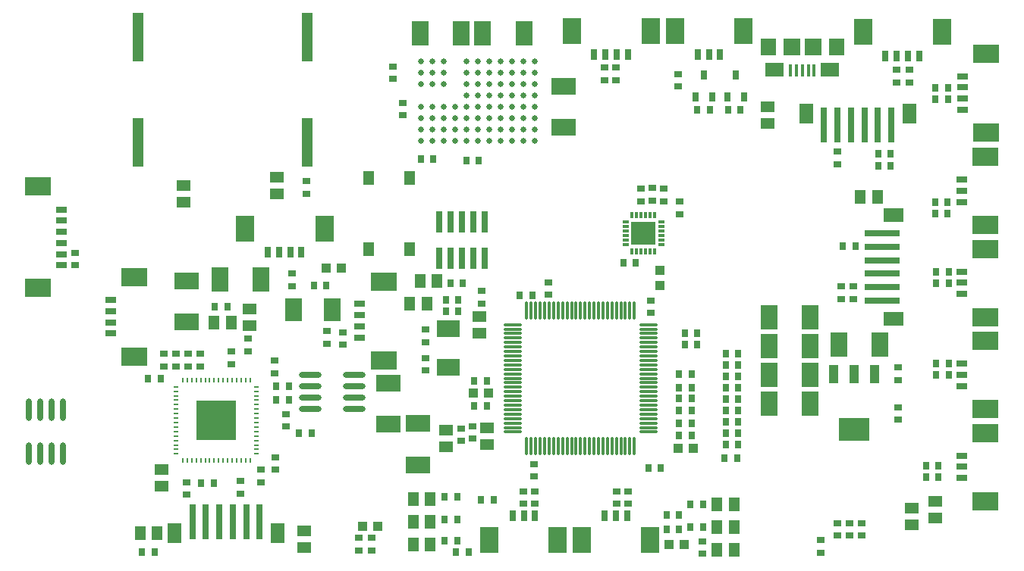
<source format=gtp>
G04 Layer_Color=8421504*
%FSLAX25Y25*%
%MOIN*%
G70*
G01*
G75*
%ADD10R,0.05118X0.06102*%
%ADD11R,0.05906X0.05118*%
%ADD12R,0.04724X0.21260*%
%ADD13R,0.03150X0.05118*%
%ADD14R,0.04331X0.03937*%
%ADD15R,0.03937X0.04331*%
%ADD16R,0.03543X0.03150*%
%ADD17R,0.03150X0.03543*%
%ADD18C,0.02480*%
%ADD19R,0.07480X0.10630*%
%ADD20R,0.15748X0.03150*%
%ADD21R,0.03937X0.07874*%
%ADD22R,0.13780X0.09843*%
%ADD23R,0.05118X0.03150*%
%ADD24R,0.10236X0.07480*%
%ADD25R,0.05118X0.05906*%
%ADD26O,0.08268X0.01181*%
%ADD27O,0.01181X0.08268*%
%ADD28R,0.03150X0.09449*%
%ADD29R,0.10630X0.07480*%
%ADD30R,0.03150X0.03937*%
%ADD31R,0.01575X0.05315*%
%ADD32R,0.07087X0.07480*%
%ADD33R,0.07480X0.07480*%
%ADD34R,0.08268X0.06299*%
%ADD35R,0.03150X0.15748*%
%ADD36O,0.00984X0.02559*%
%ADD37R,0.17716X0.17716*%
%ADD38O,0.02559X0.00984*%
%ADD39O,0.02756X0.09843*%
%ADD40O,0.09843X0.02756*%
%ADD41R,0.07480X0.10236*%
%ADD42R,0.03150X0.01378*%
%ADD43R,0.01378X0.03150*%
%ADD44R,0.10630X0.10236*%
%ADD60R,0.08268X0.11811*%
%ADD61R,0.09055X0.05906*%
%ADD62R,0.11811X0.08268*%
%ADD63R,0.05906X0.09055*%
D10*
X221500Y262500D02*
D03*
X239217D02*
D03*
Y293799D02*
D03*
X221500D02*
D03*
D11*
X181000Y294000D02*
D03*
Y286520D02*
D03*
X270000Y225244D02*
D03*
Y232724D02*
D03*
X140000Y290500D02*
D03*
Y283020D02*
D03*
X255500Y175264D02*
D03*
Y182744D02*
D03*
X273500Y176264D02*
D03*
Y183744D02*
D03*
X396862Y317520D02*
D03*
Y325000D02*
D03*
X470500Y144020D02*
D03*
Y151500D02*
D03*
X460000Y148480D02*
D03*
Y141000D02*
D03*
X130500Y158020D02*
D03*
Y165500D02*
D03*
X169000Y228520D02*
D03*
Y236000D02*
D03*
X193000Y138480D02*
D03*
Y131000D02*
D03*
D12*
X194500Y355515D02*
D03*
Y309437D02*
D03*
X120000Y355515D02*
D03*
Y309437D02*
D03*
D13*
X182000Y261000D02*
D03*
X177079D02*
D03*
X186900D02*
D03*
X191821D02*
D03*
X335243Y348000D02*
D03*
X325421D02*
D03*
X330321D02*
D03*
X320500D02*
D03*
X375842Y348000D02*
D03*
X370921D02*
D03*
X366000D02*
D03*
X453421Y347500D02*
D03*
X448500D02*
D03*
X458321D02*
D03*
X463242D02*
D03*
X335000Y145000D02*
D03*
X330079D02*
D03*
X325157D02*
D03*
X294500D02*
D03*
X289579D02*
D03*
X284658D02*
D03*
D14*
X225500Y140500D02*
D03*
X218807D02*
D03*
X353500Y132500D02*
D03*
X360193D02*
D03*
X267500Y199000D02*
D03*
X274193D02*
D03*
X202807Y254000D02*
D03*
X209500D02*
D03*
X364000Y174744D02*
D03*
X357307D02*
D03*
D15*
X349500Y253000D02*
D03*
Y246307D02*
D03*
D16*
X289500Y155756D02*
D03*
Y150244D02*
D03*
X294500Y155756D02*
D03*
Y150244D02*
D03*
X185000Y189756D02*
D03*
Y184244D02*
D03*
X168256Y222992D02*
D03*
Y217480D02*
D03*
X427500Y305256D02*
D03*
Y299744D02*
D03*
X294000Y167756D02*
D03*
Y162244D02*
D03*
X232000Y337244D02*
D03*
Y342756D02*
D03*
X194000Y286744D02*
D03*
Y292256D02*
D03*
X210000Y225756D02*
D03*
Y220244D02*
D03*
X203000Y226256D02*
D03*
Y220744D02*
D03*
X267000Y178988D02*
D03*
Y184500D02*
D03*
X262000Y177988D02*
D03*
Y183500D02*
D03*
X246500Y214500D02*
D03*
Y208988D02*
D03*
X246500Y221488D02*
D03*
Y227000D02*
D03*
X271000Y238488D02*
D03*
Y244000D02*
D03*
X358000Y277744D02*
D03*
Y283256D02*
D03*
X351000Y289000D02*
D03*
Y283488D02*
D03*
X346000Y289256D02*
D03*
Y283744D02*
D03*
X341000Y289000D02*
D03*
Y283488D02*
D03*
X345500Y234244D02*
D03*
Y239756D02*
D03*
X300500Y247756D02*
D03*
Y242244D02*
D03*
X325000Y342256D02*
D03*
Y336744D02*
D03*
X330000Y342256D02*
D03*
Y336744D02*
D03*
X357500Y333988D02*
D03*
Y339500D02*
D03*
X453500Y341256D02*
D03*
Y335744D02*
D03*
X459000Y341256D02*
D03*
Y335744D02*
D03*
X454000Y204744D02*
D03*
Y210256D02*
D03*
Y187244D02*
D03*
Y192756D02*
D03*
X427500Y141756D02*
D03*
Y136244D02*
D03*
X432750Y141756D02*
D03*
Y136244D02*
D03*
X438000Y141756D02*
D03*
Y136244D02*
D03*
X330500Y155756D02*
D03*
Y150244D02*
D03*
X335500Y155756D02*
D03*
Y150244D02*
D03*
X222750Y135256D02*
D03*
Y129744D02*
D03*
X217000D02*
D03*
Y135256D02*
D03*
X180500Y165244D02*
D03*
Y170756D02*
D03*
X174000Y165256D02*
D03*
Y159744D02*
D03*
X165000Y160256D02*
D03*
Y154744D02*
D03*
X141500Y159756D02*
D03*
Y154244D02*
D03*
X161000Y211744D02*
D03*
Y217256D02*
D03*
X180000Y207744D02*
D03*
Y213256D02*
D03*
X187744Y246008D02*
D03*
Y251520D02*
D03*
X92500Y260756D02*
D03*
Y255244D02*
D03*
X136750Y210744D02*
D03*
Y216256D02*
D03*
X131500D02*
D03*
Y210744D02*
D03*
X368000Y128244D02*
D03*
Y133756D02*
D03*
X236500Y326756D02*
D03*
Y321244D02*
D03*
X434500Y246000D02*
D03*
Y240488D02*
D03*
X420000Y128744D02*
D03*
Y134256D02*
D03*
X429000Y240488D02*
D03*
Y246000D02*
D03*
X142000Y210744D02*
D03*
Y216256D02*
D03*
X147500Y210744D02*
D03*
Y216256D02*
D03*
D17*
X196256Y181500D02*
D03*
X190744D02*
D03*
X130000Y205500D02*
D03*
X124488D02*
D03*
X450756Y299000D02*
D03*
X445244D02*
D03*
X450756Y304500D02*
D03*
X445244D02*
D03*
X377744Y170500D02*
D03*
X383256D02*
D03*
X383756Y176244D02*
D03*
X378244D02*
D03*
X383756Y181244D02*
D03*
X378244D02*
D03*
X378244Y186244D02*
D03*
X383756D02*
D03*
X378244Y191244D02*
D03*
X383756D02*
D03*
X378244Y196244D02*
D03*
X383756D02*
D03*
X383756Y201244D02*
D03*
X378244D02*
D03*
X383756Y206244D02*
D03*
X378244D02*
D03*
X378244Y211256D02*
D03*
X383756D02*
D03*
X378244Y216244D02*
D03*
X383756D02*
D03*
X363256Y207256D02*
D03*
X357744D02*
D03*
X363256Y201500D02*
D03*
X357744D02*
D03*
X363256Y196744D02*
D03*
X357744D02*
D03*
X363256Y191244D02*
D03*
X357744D02*
D03*
X363256Y185744D02*
D03*
X357744D02*
D03*
X363256Y180244D02*
D03*
X357744D02*
D03*
X273256Y204500D02*
D03*
X267744D02*
D03*
X273244Y193500D02*
D03*
X267732D02*
D03*
X255244Y240000D02*
D03*
X260756D02*
D03*
X260756Y235000D02*
D03*
X255244D02*
D03*
X257244Y247500D02*
D03*
X262756D02*
D03*
X293256Y242000D02*
D03*
X287744D02*
D03*
X244244Y302000D02*
D03*
X249756D02*
D03*
X269756Y301500D02*
D03*
X264244D02*
D03*
X333244Y256244D02*
D03*
X338756D02*
D03*
X365744Y323744D02*
D03*
X371256D02*
D03*
X379244D02*
D03*
X384756D02*
D03*
X476012Y328500D02*
D03*
X470500D02*
D03*
X476012Y333500D02*
D03*
X470500D02*
D03*
X470244Y278000D02*
D03*
X475756D02*
D03*
X470244Y283000D02*
D03*
X475756D02*
D03*
X470744Y252500D02*
D03*
X476256D02*
D03*
X470744Y247500D02*
D03*
X476256D02*
D03*
X470744Y207000D02*
D03*
X476256D02*
D03*
X470744Y212000D02*
D03*
X476256D02*
D03*
X466244Y167000D02*
D03*
X471756D02*
D03*
X466244Y162000D02*
D03*
X471756D02*
D03*
X357756Y139000D02*
D03*
X352244D02*
D03*
X352244Y145500D02*
D03*
X357756D02*
D03*
X344244Y166000D02*
D03*
X349756D02*
D03*
X270744Y152000D02*
D03*
X276256D02*
D03*
X153256Y159500D02*
D03*
X147744D02*
D03*
X127256Y129000D02*
D03*
X121744D02*
D03*
X186256Y196000D02*
D03*
X180744D02*
D03*
X186256Y202000D02*
D03*
X180744D02*
D03*
X202756Y246500D02*
D03*
X197244D02*
D03*
X159256Y237000D02*
D03*
X153744D02*
D03*
X260256Y134000D02*
D03*
X254744D02*
D03*
X362744Y150000D02*
D03*
X368256D02*
D03*
X260256Y143500D02*
D03*
X254744D02*
D03*
X362744Y140000D02*
D03*
X368256D02*
D03*
X260256Y153500D02*
D03*
X254744D02*
D03*
X360244Y225256D02*
D03*
X365756D02*
D03*
X435256Y263744D02*
D03*
X429744D02*
D03*
X265256Y129000D02*
D03*
X259744D02*
D03*
X360244Y220256D02*
D03*
X365756D02*
D03*
D18*
X294500Y340000D02*
D03*
Y345000D02*
D03*
X289500Y340000D02*
D03*
Y345000D02*
D03*
X284500D02*
D03*
Y340000D02*
D03*
X294500Y330000D02*
D03*
Y335000D02*
D03*
Y325000D02*
D03*
X289500Y335000D02*
D03*
Y330000D02*
D03*
X279500Y340000D02*
D03*
Y345000D02*
D03*
X284500Y335000D02*
D03*
X274500Y340000D02*
D03*
Y345000D02*
D03*
X279500Y335000D02*
D03*
Y330000D02*
D03*
X274500Y335000D02*
D03*
X284500Y330000D02*
D03*
X269500D02*
D03*
X274500D02*
D03*
X294500Y320000D02*
D03*
X289500Y325000D02*
D03*
X284500Y320000D02*
D03*
Y325000D02*
D03*
X289500Y320000D02*
D03*
X294500Y315000D02*
D03*
X289500D02*
D03*
X294500Y310000D02*
D03*
X284500D02*
D03*
X289500D02*
D03*
X279500Y325000D02*
D03*
X274500D02*
D03*
X279500Y320000D02*
D03*
X269500D02*
D03*
X274500D02*
D03*
X284500Y315000D02*
D03*
X279500D02*
D03*
Y310000D02*
D03*
X274500Y315000D02*
D03*
Y310000D02*
D03*
X269500Y345000D02*
D03*
X264500D02*
D03*
X269500Y340000D02*
D03*
X254500D02*
D03*
X264500D02*
D03*
X269500Y335000D02*
D03*
X264500D02*
D03*
X269500Y325000D02*
D03*
X264500Y330000D02*
D03*
X259500Y325000D02*
D03*
X254500Y345000D02*
D03*
X249500D02*
D03*
Y340000D02*
D03*
X244500Y345000D02*
D03*
Y340000D02*
D03*
X254500Y335000D02*
D03*
X249500D02*
D03*
X254500Y325000D02*
D03*
X244500Y335000D02*
D03*
Y325000D02*
D03*
X264500Y320000D02*
D03*
Y325000D02*
D03*
X269500Y315000D02*
D03*
X259500Y320000D02*
D03*
X254500D02*
D03*
X264500Y315000D02*
D03*
Y310000D02*
D03*
X259500Y315000D02*
D03*
X269500Y310000D02*
D03*
X259500D02*
D03*
X249500Y320000D02*
D03*
Y325000D02*
D03*
X254500Y315000D02*
D03*
X244500Y320000D02*
D03*
X249500Y310000D02*
D03*
Y315000D02*
D03*
X254500Y310000D02*
D03*
X244500Y315000D02*
D03*
Y310000D02*
D03*
D19*
X289610Y357500D02*
D03*
X271500D02*
D03*
X446000Y220500D02*
D03*
X427890D02*
D03*
X415500Y232500D02*
D03*
X397390D02*
D03*
X415500Y219833D02*
D03*
X397390D02*
D03*
X415500Y207167D02*
D03*
X397390D02*
D03*
X415500Y194500D02*
D03*
X397390D02*
D03*
X156000Y249000D02*
D03*
X174110D02*
D03*
X262000Y357500D02*
D03*
X243890D02*
D03*
D20*
X447000Y269244D02*
D03*
Y263339D02*
D03*
Y257433D02*
D03*
Y251528D02*
D03*
Y245622D02*
D03*
Y239717D02*
D03*
D21*
X443756Y207500D02*
D03*
X434701D02*
D03*
X425646D02*
D03*
D22*
X434701Y183091D02*
D03*
D23*
X217500Y233321D02*
D03*
Y238243D02*
D03*
Y228421D02*
D03*
Y223500D02*
D03*
X482256Y333579D02*
D03*
Y338500D02*
D03*
Y328679D02*
D03*
Y323758D02*
D03*
X482000Y293000D02*
D03*
Y288079D02*
D03*
Y283157D02*
D03*
X482000Y252500D02*
D03*
Y247579D02*
D03*
Y242657D02*
D03*
Y212000D02*
D03*
Y207079D02*
D03*
Y202157D02*
D03*
X482000Y171500D02*
D03*
Y166579D02*
D03*
Y161658D02*
D03*
X86500Y260179D02*
D03*
Y255258D02*
D03*
Y274942D02*
D03*
Y279842D02*
D03*
Y270000D02*
D03*
Y265079D02*
D03*
X108000Y230179D02*
D03*
Y235079D02*
D03*
Y240000D02*
D03*
Y225257D02*
D03*
D24*
X256500Y227244D02*
D03*
Y210315D02*
D03*
D25*
X239520Y238500D02*
D03*
X247000D02*
D03*
X244020Y248500D02*
D03*
X251500D02*
D03*
X381890Y149912D02*
D03*
X374409D02*
D03*
X381890Y129912D02*
D03*
X374409D02*
D03*
X381890Y139912D02*
D03*
X374409D02*
D03*
X241000Y152344D02*
D03*
X248480D02*
D03*
X241000Y142344D02*
D03*
X248480D02*
D03*
X241000Y132344D02*
D03*
X248480D02*
D03*
X121020Y137500D02*
D03*
X128500D02*
D03*
X160980Y230000D02*
D03*
X153500D02*
D03*
X444980Y285500D02*
D03*
X437500D02*
D03*
D26*
X344421Y219280D02*
D03*
Y221248D02*
D03*
X284579Y229122D02*
D03*
Y227153D02*
D03*
Y225185D02*
D03*
Y223217D02*
D03*
Y221248D02*
D03*
Y219280D02*
D03*
Y217311D02*
D03*
Y215342D02*
D03*
Y213374D02*
D03*
Y211405D02*
D03*
Y209437D02*
D03*
Y207469D02*
D03*
Y205500D02*
D03*
Y203532D02*
D03*
Y201563D02*
D03*
Y199594D02*
D03*
Y197626D02*
D03*
Y195658D02*
D03*
Y193689D02*
D03*
Y191720D02*
D03*
Y189752D02*
D03*
Y187784D02*
D03*
Y185815D02*
D03*
Y183846D02*
D03*
Y181878D02*
D03*
X344421D02*
D03*
Y183846D02*
D03*
Y185815D02*
D03*
Y187784D02*
D03*
Y189752D02*
D03*
Y191720D02*
D03*
Y193689D02*
D03*
Y195658D02*
D03*
Y197626D02*
D03*
Y199594D02*
D03*
Y201563D02*
D03*
Y203532D02*
D03*
Y205500D02*
D03*
Y207469D02*
D03*
Y209437D02*
D03*
Y211405D02*
D03*
Y213374D02*
D03*
Y215342D02*
D03*
Y217311D02*
D03*
Y223217D02*
D03*
Y225185D02*
D03*
Y227153D02*
D03*
Y229122D02*
D03*
D27*
X290878Y175579D02*
D03*
X292846D02*
D03*
X294815D02*
D03*
X296783D02*
D03*
X298752D02*
D03*
X300721D02*
D03*
X302689D02*
D03*
X304658D02*
D03*
X306626D02*
D03*
X308594D02*
D03*
X310563D02*
D03*
X312531D02*
D03*
X314500D02*
D03*
X316469D02*
D03*
X318437D02*
D03*
X320406D02*
D03*
X322374D02*
D03*
X324342D02*
D03*
X326311D02*
D03*
X328279D02*
D03*
X330248D02*
D03*
X332217D02*
D03*
X334185D02*
D03*
X336154D02*
D03*
X338122D02*
D03*
Y235421D02*
D03*
X336154D02*
D03*
X334185D02*
D03*
X332217D02*
D03*
X330248D02*
D03*
X328279D02*
D03*
X326311D02*
D03*
X324342D02*
D03*
X322374D02*
D03*
X320406D02*
D03*
X318437D02*
D03*
X316469D02*
D03*
X314500D02*
D03*
X312531D02*
D03*
X310563D02*
D03*
X308594D02*
D03*
X306626D02*
D03*
X304658D02*
D03*
X302689D02*
D03*
X300721D02*
D03*
X298752D02*
D03*
X296783D02*
D03*
X294815D02*
D03*
X292846D02*
D03*
X290878D02*
D03*
D28*
X272400Y274300D02*
D03*
Y258300D02*
D03*
X267400Y274500D02*
D03*
Y258300D02*
D03*
X262400Y274300D02*
D03*
Y258300D02*
D03*
X257400Y274300D02*
D03*
Y258300D02*
D03*
X252400Y274300D02*
D03*
Y258300D02*
D03*
D29*
X307000Y316000D02*
D03*
Y334110D02*
D03*
X243000Y167500D02*
D03*
Y185610D02*
D03*
X230000Y203500D02*
D03*
Y185390D02*
D03*
X141500Y248500D02*
D03*
Y230390D02*
D03*
D30*
X379000Y329244D02*
D03*
X386480D02*
D03*
X382740Y339087D02*
D03*
X365000Y329244D02*
D03*
X372480D02*
D03*
X368740Y339087D02*
D03*
D31*
X412000Y340968D02*
D03*
X414559D02*
D03*
X409441D02*
D03*
X406882D02*
D03*
X417118D02*
D03*
D32*
X397039Y351500D02*
D03*
X426961D02*
D03*
D33*
X407276D02*
D03*
X416724D02*
D03*
D34*
X399795Y341461D02*
D03*
X424205D02*
D03*
D35*
X421500Y317000D02*
D03*
X427406D02*
D03*
X433311D02*
D03*
X439217D02*
D03*
X445122D02*
D03*
X451027D02*
D03*
X143973Y142500D02*
D03*
X149878D02*
D03*
X167595D02*
D03*
X161689D02*
D03*
X155783D02*
D03*
X173500D02*
D03*
D36*
X155484Y204618D02*
D03*
X169264Y169382D02*
D03*
X167295D02*
D03*
X165327D02*
D03*
X163358D02*
D03*
X161390D02*
D03*
X159421D02*
D03*
X157453D02*
D03*
X155484D02*
D03*
X153516D02*
D03*
X151547D02*
D03*
X149579D02*
D03*
X147610D02*
D03*
X145642D02*
D03*
X143673D02*
D03*
X141705D02*
D03*
X139736D02*
D03*
Y204618D02*
D03*
X141705D02*
D03*
X143673D02*
D03*
X145642D02*
D03*
X147610D02*
D03*
X149579D02*
D03*
X151547D02*
D03*
X153516D02*
D03*
X159421D02*
D03*
X161390D02*
D03*
X163358D02*
D03*
X165327D02*
D03*
X167295D02*
D03*
X169264D02*
D03*
X157453D02*
D03*
D37*
X154500Y187000D02*
D03*
D38*
X172118Y201764D02*
D03*
Y199795D02*
D03*
Y197827D02*
D03*
Y195858D02*
D03*
Y193890D02*
D03*
Y191921D02*
D03*
Y189953D02*
D03*
Y187984D02*
D03*
Y186016D02*
D03*
Y184047D02*
D03*
Y182079D02*
D03*
Y180110D02*
D03*
Y178142D02*
D03*
Y176173D02*
D03*
Y174205D02*
D03*
Y172236D02*
D03*
X136882D02*
D03*
Y174205D02*
D03*
Y176173D02*
D03*
Y178142D02*
D03*
Y180110D02*
D03*
Y182079D02*
D03*
Y184047D02*
D03*
Y186016D02*
D03*
Y187984D02*
D03*
Y189953D02*
D03*
Y191921D02*
D03*
Y193890D02*
D03*
Y195858D02*
D03*
Y197827D02*
D03*
Y199795D02*
D03*
Y201764D02*
D03*
D39*
X72000Y172354D02*
D03*
X77000D02*
D03*
X82000D02*
D03*
X87000D02*
D03*
X72000Y191646D02*
D03*
X77000D02*
D03*
X82000D02*
D03*
X87000D02*
D03*
D40*
X215146Y192000D02*
D03*
Y197000D02*
D03*
Y202000D02*
D03*
Y207000D02*
D03*
X195854Y192000D02*
D03*
Y197000D02*
D03*
Y202000D02*
D03*
Y207000D02*
D03*
D41*
X205244Y235764D02*
D03*
X188315D02*
D03*
D42*
X350000Y264449D02*
D03*
Y266417D02*
D03*
Y268386D02*
D03*
Y270354D02*
D03*
Y272323D02*
D03*
Y274291D02*
D03*
X334252Y274291D02*
D03*
Y272323D02*
D03*
Y270354D02*
D03*
Y268386D02*
D03*
Y266417D02*
D03*
Y264449D02*
D03*
D43*
X337205Y261496D02*
D03*
X339173D02*
D03*
X341142D02*
D03*
X343110D02*
D03*
X345079D02*
D03*
X347047D02*
D03*
X347047Y277244D02*
D03*
X345079D02*
D03*
X343110D02*
D03*
X341142D02*
D03*
X339173D02*
D03*
X337205D02*
D03*
D44*
X342126Y269370D02*
D03*
D60*
X202013Y271495D02*
D03*
X167213D02*
D03*
X345434Y358494D02*
D03*
X310634D02*
D03*
X386034D02*
D03*
X356034D02*
D03*
X473434Y357995D02*
D03*
X438634D02*
D03*
X314966Y134505D02*
D03*
X344966D02*
D03*
X274466Y134505D02*
D03*
X304466D02*
D03*
D61*
X452028Y277191D02*
D03*
Y231791D02*
D03*
D62*
X227994Y213309D02*
D03*
Y248109D02*
D03*
X492751Y313566D02*
D03*
Y348366D02*
D03*
X492494Y272966D02*
D03*
Y302966D02*
D03*
Y232466D02*
D03*
Y262466D02*
D03*
Y191966D02*
D03*
Y221966D02*
D03*
Y151466D02*
D03*
Y181466D02*
D03*
X76005Y245291D02*
D03*
Y289991D02*
D03*
X118494Y215066D02*
D03*
Y249866D02*
D03*
D63*
X413553Y322027D02*
D03*
X458953D02*
D03*
X136047Y137472D02*
D03*
X181447D02*
D03*
M02*

</source>
